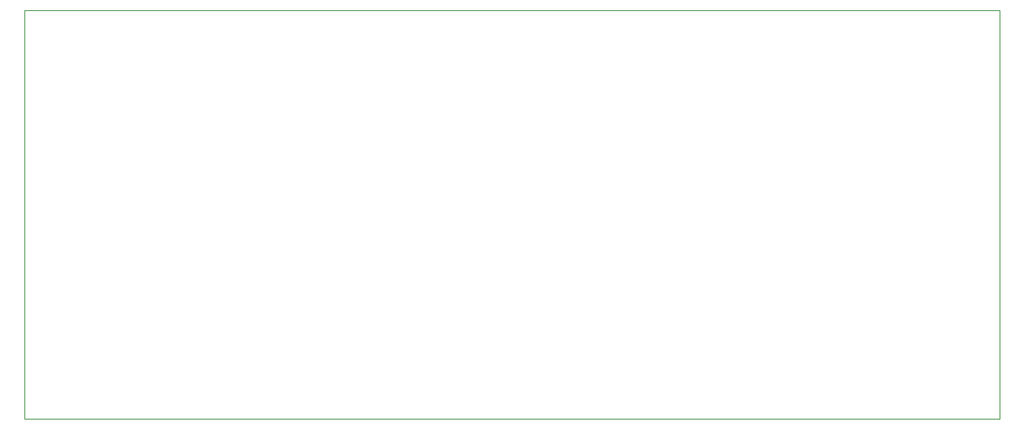
<source format=gbr>
%TF.GenerationSoftware,KiCad,Pcbnew,9.0.6*%
%TF.CreationDate,2025-12-07T01:16:21-05:00*%
%TF.ProjectId,Kigan's Lifeboard,4b696761-6e27-4732-904c-696665626f61,rev?*%
%TF.SameCoordinates,Original*%
%TF.FileFunction,Profile,NP*%
%FSLAX46Y46*%
G04 Gerber Fmt 4.6, Leading zero omitted, Abs format (unit mm)*
G04 Created by KiCad (PCBNEW 9.0.6) date 2025-12-07 01:16:21*
%MOMM*%
%LPD*%
G01*
G04 APERTURE LIST*
%TA.AperFunction,Profile*%
%ADD10C,0.050000*%
%TD*%
G04 APERTURE END LIST*
D10*
X96553000Y-75598000D02*
X201328000Y-75598000D01*
X201328000Y-119521750D01*
X96553000Y-119521750D01*
X96553000Y-75598000D01*
M02*

</source>
